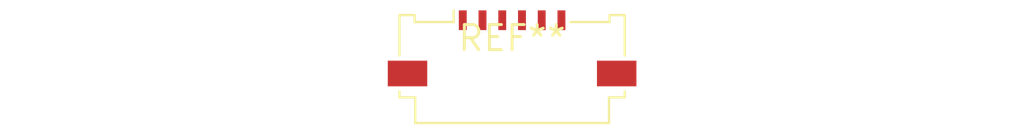
<source format=kicad_pcb>
(kicad_pcb (version 20240108) (generator pcbnew)
  (layers (0 "F.Cu" signal) (31 "B.Cu" signal) (34 "B.Paste" user) (35 "F.Paste" user) (36 "B.SilkS" user "B.Silkscreen") (37 "F.SilkS" user "F.Silkscreen") (38 "B.Mask" user) (39 "F.Mask" user) (44 "Edge.Cuts" user))
  (net 0 "")
  (footprint "Molex_200528-0060_1x06-1MP_P1.00mm_Horizontal" (layer "F.Cu") (at 0 0)
    (property "Reference" "REF**")
    (property "Value" "Molex_200528-0060_1x06-1MP_P1.00mm_Horizontal")
    (fp_line (start -5.71 -1.17) (end -5.71 0.88) (layer "F.SilkS") (stroke (width 0.12)))
    (fp_line (start -5.71 2.7) (end -5.71 3) (layer "F.SilkS") (stroke (width 0.12)))
    (fp_line (start -5.71 3) (end -4.91 3) (layer "F.SilkS") (stroke (width 0.12)))
    (fp_line (start -4.94 -1.17) (end -5.71 -1.17) (layer "F.SilkS") (stroke (width 0.12)))
    (fp_line (start -4.94 -0.82) (end -4.94 -1.17) (layer "F.SilkS") (stroke (width 0.12)))
    (fp_line (start -4.91 3) (end -4.91 4.3) (layer "F.SilkS") (stroke (width 0.12)))
    (fp_line (start -4.91 4.3) (end 4.91 4.3) (layer "F.SilkS") (stroke (width 0.12)))
    (fp_line (start -2.96 -1.41) (end -2.96 -0.82) (layer "F.SilkS") (stroke (width 0.12)))
    (fp_line (start -2.96 -0.82) (end -4.94 -0.82) (layer "F.SilkS") (stroke (width 0.12)))
    (fp_line (start 4.91 3) (end 5.71 3) (layer "F.SilkS") (stroke (width 0.12)))
    (fp_line (start 4.91 4.3) (end 4.91 3) (layer "F.SilkS") (stroke (width 0.12)))
    (fp_line (start 4.94 -1.17) (end 4.94 -0.82) (layer "F.SilkS") (stroke (width 0.12)))
    (fp_line (start 4.94 -0.82) (end 2.96 -0.82) (layer "F.SilkS") (stroke (width 0.12)))
    (fp_line (start 5.71 -1.17) (end 4.94 -1.17) (layer "F.SilkS") (stroke (width 0.12)))
    (fp_line (start 5.71 0.88) (end 5.71 -1.17) (layer "F.SilkS") (stroke (width 0.12)))
    (fp_line (start 5.71 3) (end 5.71 2.7) (layer "F.SilkS") (stroke (width 0.12)))
    (pad "1" smd rect (at -2.5 -0.91) (size 0.4 1) (layers "F.Cu" "F.Paste" "F.Mask"))
    (pad "2" smd rect (at -1.5 -0.91) (size 0.4 1) (layers "F.Cu" "F.Paste" "F.Mask"))
    (pad "3" smd rect (at -0.5 -0.91) (size 0.4 1) (layers "F.Cu" "F.Paste" "F.Mask"))
    (pad "4" smd rect (at 0.5 -0.91) (size 0.4 1) (layers "F.Cu" "F.Paste" "F.Mask"))
    (pad "5" smd rect (at 1.5 -0.91) (size 0.4 1) (layers "F.Cu" "F.Paste" "F.Mask"))
    (pad "6" smd rect (at 2.5 -0.91) (size 0.4 1) (layers "F.Cu" "F.Paste" "F.Mask"))
    (pad "MP" smd rect (at -5.3 1.79) (size 2 1.3) (layers "F.Cu" "F.Paste" "F.Mask"))
    (pad "MP" smd rect (at 5.3 1.79) (size 2 1.3) (layers "F.Cu" "F.Paste" "F.Mask"))
  )
)
</source>
